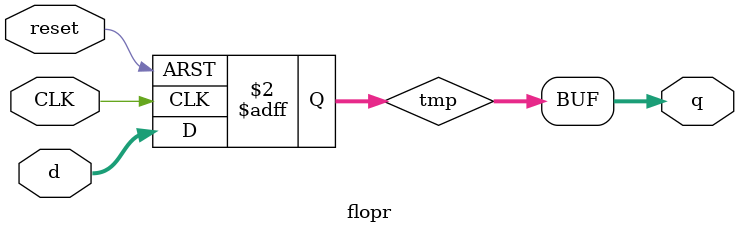
<source format=sv>
`timescale 1ns / 1ps

module flopr #(
    parameter SIZE = 32     
)(
    input bit CLK,
    input bit reset,
    input logic [SIZE-1:0] d,
    output logic [SIZE-1:0] q
);

logic [SIZE-1:0] tmp;

always@(negedge CLK,posedge reset)
begin
    if(reset) tmp <= 0;
    else tmp <= d;
end
assign q = tmp;
endmodule
</source>
